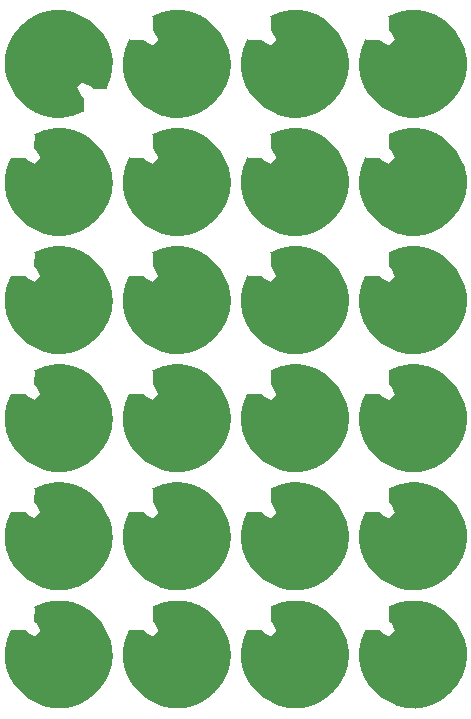
<source format=gts>
%TF.GenerationSoftware,KiCad,Pcbnew,8.0.8*%
%TF.CreationDate,2025-02-10T21:29:40+00:00*%
%TF.ProjectId,ec30_4x6_jacplane_0.1,65633330-5f34-4783-965f-6a6163706c61,0.1*%
%TF.SameCoordinates,PX8b3c880PY623a7c0*%
%TF.FileFunction,Soldermask,Top*%
%TF.FilePolarity,Negative*%
%FSLAX46Y46*%
G04 Gerber Fmt 4.6, Leading zero omitted, Abs format (unit mm)*
G04 Created by KiCad (PCBNEW 8.0.8) date 2025-02-10 21:29:40*
%MOMM*%
%LPD*%
G01*
G04 APERTURE LIST*
%ADD10C,0.010000*%
%ADD11C,0.000000*%
%ADD12C,2.930000*%
G04 APERTURE END LIST*
D10*
%TO.C,J202*%
X990470Y7042950D02*
X2130700Y7048010D01*
X2130700Y7048010D02*
X2365280Y6815490D01*
X2365280Y6815490D02*
X3003410Y6504530D01*
X2951990Y7869300D02*
X2957040Y9009530D01*
X2951990Y7869300D02*
X3184510Y7634710D01*
X3184510Y7634710D02*
X3495460Y6996590D01*
X2957043Y9009529D02*
G75*
G02*
X990471Y7042957I2042957J-4009529D01*
G01*
X3003411Y6504538D02*
G75*
G02*
X3495462Y6996589I1996619J-1504568D01*
G01*
D11*
G36*
X2957043Y9009529D02*
G01*
X2957043Y9009529D01*
G75*
G02*
X990471Y7042957I2042957J-4009529D01*
G01*
X990470Y7042950D01*
X2130700Y7048010D01*
X2365280Y6815490D01*
X3003411Y6504538D01*
G75*
G02*
X3495462Y6996589I1996589J-1504538D01*
G01*
X3495460Y6996590D01*
X3184510Y7634710D01*
X2951990Y7869300D01*
X2957043Y9009529D01*
G37*
D10*
%TO.C,J000*%
X-13495460Y23003410D02*
X-13184510Y22365280D01*
X-13184510Y22365280D02*
X-12951990Y22130690D01*
X-13003410Y23495460D02*
X-12365280Y23184500D01*
X-12957040Y20990470D02*
X-12951990Y22130690D01*
X-12365280Y23184500D02*
X-12130700Y22951990D01*
X-12130700Y22951990D02*
X-10990470Y22957040D01*
X-13003411Y23495462D02*
G75*
G02*
X-13495462Y23003411I-1996619J1504568D01*
G01*
X-12957043Y20990471D02*
G75*
G02*
X-10990471Y22957043I-2042957J4009529D01*
G01*
D11*
G36*
X-12957043Y20990471D02*
G01*
X-12957043Y20990471D01*
G75*
G02*
X-10990471Y22957043I-2042957J4009529D01*
G01*
X-10990470Y22957040D01*
X-12130700Y22951990D01*
X-12365280Y23184500D01*
X-13003411Y23495462D01*
G75*
G02*
X-13495462Y23003411I-1996589J1504538D01*
G01*
X-13495460Y23003410D01*
X-13184510Y22365280D01*
X-12951990Y22130690D01*
X-12957043Y20990471D01*
G37*
D10*
%TO.C,J201*%
X-9009530Y7042950D02*
X-7869300Y7048010D01*
X-7869300Y7048010D02*
X-7634720Y6815490D01*
X-7634720Y6815490D02*
X-6996590Y6504530D01*
X-7048010Y7869300D02*
X-7042960Y9009530D01*
X-7048010Y7869300D02*
X-6815490Y7634710D01*
X-6815490Y7634710D02*
X-6504540Y6996590D01*
X-7042957Y9009529D02*
G75*
G02*
X-9009529Y7042957I2042957J-4009529D01*
G01*
X-6996589Y6504538D02*
G75*
G02*
X-6504538Y6996589I1996619J-1504568D01*
G01*
D11*
G36*
X-7042957Y9009529D02*
G01*
X-7042957Y9009529D01*
G75*
G02*
X-9009529Y7042957I2042957J-4009529D01*
G01*
X-9009530Y7042950D01*
X-7869300Y7048010D01*
X-7634720Y6815490D01*
X-6996589Y6504538D01*
G75*
G02*
X-6504538Y6996589I1996589J-1504538D01*
G01*
X-6504540Y6996590D01*
X-6815490Y7634710D01*
X-7048010Y7869300D01*
X-7042957Y9009529D01*
G37*
D10*
%TO.C,J500*%
X-19009530Y-22957050D02*
X-17869300Y-22951990D01*
X-17869300Y-22951990D02*
X-17634720Y-23184510D01*
X-17634720Y-23184510D02*
X-16996590Y-23495460D01*
X-17048010Y-22130700D02*
X-17042960Y-20990470D01*
X-17048010Y-22130700D02*
X-16815490Y-22365280D01*
X-16815490Y-22365280D02*
X-16504540Y-23003410D01*
X-17042957Y-20990471D02*
G75*
G02*
X-19009529Y-22957043I2042957J-4009529D01*
G01*
X-16996589Y-23495462D02*
G75*
G02*
X-16504538Y-23003411I1996619J-1504568D01*
G01*
D11*
G36*
X-17042957Y-20990471D02*
G01*
X-17042957Y-20990471D01*
G75*
G02*
X-19009529Y-22957043I2042957J-4009529D01*
G01*
X-19009530Y-22957050D01*
X-17869300Y-22951990D01*
X-17634720Y-23184510D01*
X-16996589Y-23495462D01*
G75*
G02*
X-16504538Y-23003411I1996589J-1504538D01*
G01*
X-16504540Y-23003410D01*
X-16815490Y-22365280D01*
X-17048010Y-22130700D01*
X-17042957Y-20990471D01*
G37*
D10*
%TO.C,J400*%
X-19009530Y-12957040D02*
X-17869300Y-12951990D01*
X-17869300Y-12951990D02*
X-17634720Y-13184510D01*
X-17634720Y-13184510D02*
X-16996590Y-13495460D01*
X-17048010Y-12130700D02*
X-17042960Y-10990470D01*
X-17048010Y-12130700D02*
X-16815490Y-12365280D01*
X-16815490Y-12365280D02*
X-16504540Y-13003410D01*
X-17042957Y-10990471D02*
G75*
G02*
X-19009529Y-12957043I2042957J-4009529D01*
G01*
X-16996589Y-13495462D02*
G75*
G02*
X-16504538Y-13003411I1996619J-1504568D01*
G01*
D11*
G36*
X-17042957Y-10990471D02*
G01*
X-17042957Y-10990471D01*
G75*
G02*
X-19009529Y-12957043I2042957J-4009529D01*
G01*
X-19009530Y-12957040D01*
X-17869300Y-12951990D01*
X-17634720Y-13184510D01*
X-16996589Y-13495462D01*
G75*
G02*
X-16504538Y-13003411I1996589J-1504538D01*
G01*
X-16504540Y-13003410D01*
X-16815490Y-12365280D01*
X-17048010Y-12130700D01*
X-17042957Y-10990471D01*
G37*
D10*
%TO.C,J101*%
X-9009530Y17042950D02*
X-7869300Y17048010D01*
X-7869300Y17048010D02*
X-7634720Y16815490D01*
X-7634720Y16815490D02*
X-6996590Y16504530D01*
X-7048010Y17869300D02*
X-7042960Y19009530D01*
X-7048010Y17869300D02*
X-6815490Y17634720D01*
X-6815490Y17634720D02*
X-6504540Y16996590D01*
X-7042957Y19009529D02*
G75*
G02*
X-9009529Y17042957I2042957J-4009529D01*
G01*
X-6996589Y16504538D02*
G75*
G02*
X-6504538Y16996589I1996619J-1504568D01*
G01*
D11*
G36*
X-7042957Y19009529D02*
G01*
X-7042957Y19009529D01*
G75*
G02*
X-9009529Y17042957I2042957J-4009529D01*
G01*
X-9009530Y17042950D01*
X-7869300Y17048010D01*
X-7634720Y16815490D01*
X-6996589Y16504538D01*
G75*
G02*
X-6504538Y16996589I1996589J-1504538D01*
G01*
X-6504540Y16996590D01*
X-6815490Y17634720D01*
X-7048010Y17869300D01*
X-7042957Y19009529D01*
G37*
D10*
%TO.C,J403*%
X10990470Y-12957040D02*
X12130700Y-12951990D01*
X12130700Y-12951990D02*
X12365280Y-13184510D01*
X12365280Y-13184510D02*
X13003410Y-13495460D01*
X12951990Y-12130700D02*
X12957040Y-10990470D01*
X12951990Y-12130700D02*
X13184510Y-12365280D01*
X13184510Y-12365280D02*
X13495460Y-13003410D01*
X12957043Y-10990471D02*
G75*
G02*
X10990471Y-12957043I2042957J-4009529D01*
G01*
X13003411Y-13495462D02*
G75*
G02*
X13495462Y-13003411I1996619J-1504568D01*
G01*
D11*
G36*
X12957043Y-10990471D02*
G01*
X12957043Y-10990471D01*
G75*
G02*
X10990471Y-12957043I2042957J-4009529D01*
G01*
X10990470Y-12957040D01*
X12130700Y-12951990D01*
X12365280Y-13184510D01*
X13003411Y-13495462D01*
G75*
G02*
X13495462Y-13003411I1996589J-1504538D01*
G01*
X13495460Y-13003410D01*
X13184510Y-12365280D01*
X12951990Y-12130700D01*
X12957043Y-10990471D01*
G37*
D10*
%TO.C,J303*%
X10990470Y-2957050D02*
X12130700Y-2952000D01*
X12130700Y-2952000D02*
X12365280Y-3184510D01*
X12365280Y-3184510D02*
X13003410Y-3495470D01*
X12951990Y-2130700D02*
X12957040Y-990480D01*
X12951990Y-2130700D02*
X13184510Y-2365290D01*
X13184510Y-2365290D02*
X13495460Y-3003410D01*
X12957043Y-990471D02*
G75*
G02*
X10990471Y-2957043I2042957J-4009529D01*
G01*
X13003411Y-3495462D02*
G75*
G02*
X13495462Y-3003411I1996619J-1504568D01*
G01*
D11*
G36*
X12957043Y-990471D02*
G01*
X12957043Y-990471D01*
G75*
G02*
X10990471Y-2957043I2042957J-4009529D01*
G01*
X10990470Y-2957050D01*
X12130700Y-2952000D01*
X12365280Y-3184510D01*
X13003411Y-3495462D01*
G75*
G02*
X13495462Y-3003411I1996589J-1504538D01*
G01*
X13495460Y-3003410D01*
X13184510Y-2365290D01*
X12951990Y-2130700D01*
X12957043Y-990471D01*
G37*
D10*
%TO.C,J301*%
X-9009530Y-2957050D02*
X-7869300Y-2952000D01*
X-7869300Y-2952000D02*
X-7634720Y-3184510D01*
X-7634720Y-3184510D02*
X-6996590Y-3495470D01*
X-7048010Y-2130700D02*
X-7042960Y-990480D01*
X-7048010Y-2130700D02*
X-6815490Y-2365290D01*
X-6815490Y-2365290D02*
X-6504540Y-3003410D01*
X-7042957Y-990471D02*
G75*
G02*
X-9009529Y-2957043I2042957J-4009529D01*
G01*
X-6996589Y-3495462D02*
G75*
G02*
X-6504538Y-3003411I1996619J-1504568D01*
G01*
D11*
G36*
X-7042957Y-990471D02*
G01*
X-7042957Y-990471D01*
G75*
G02*
X-9009529Y-2957043I2042957J-4009529D01*
G01*
X-9009530Y-2957050D01*
X-7869300Y-2952000D01*
X-7634720Y-3184510D01*
X-6996589Y-3495462D01*
G75*
G02*
X-6504538Y-3003411I1996589J-1504538D01*
G01*
X-6504540Y-3003410D01*
X-6815490Y-2365290D01*
X-7048010Y-2130700D01*
X-7042957Y-990471D01*
G37*
D10*
%TO.C,J001*%
X-9009530Y27042950D02*
X-7869300Y27048010D01*
X-7869300Y27048010D02*
X-7634720Y26815490D01*
X-7634720Y26815490D02*
X-6996590Y26504530D01*
X-7048010Y27869300D02*
X-7042960Y29009530D01*
X-7048010Y27869300D02*
X-6815490Y27634720D01*
X-6815490Y27634720D02*
X-6504540Y26996590D01*
X-7042957Y29009529D02*
G75*
G02*
X-9009529Y27042957I2042957J-4009529D01*
G01*
X-6996589Y26504538D02*
G75*
G02*
X-6504538Y26996589I1996619J-1504568D01*
G01*
D11*
G36*
X-7042957Y29009529D02*
G01*
X-7042957Y29009529D01*
G75*
G02*
X-9009529Y27042957I2042957J-4009529D01*
G01*
X-9009530Y27042950D01*
X-7869300Y27048010D01*
X-7634720Y26815490D01*
X-6996589Y26504538D01*
G75*
G02*
X-6504538Y26996589I1996589J-1504538D01*
G01*
X-6504540Y26996590D01*
X-6815490Y27634720D01*
X-7048010Y27869300D01*
X-7042957Y29009529D01*
G37*
D10*
%TO.C,J401*%
X-9009530Y-12957040D02*
X-7869300Y-12951990D01*
X-7869300Y-12951990D02*
X-7634720Y-13184510D01*
X-7634720Y-13184510D02*
X-6996590Y-13495460D01*
X-7048010Y-12130700D02*
X-7042960Y-10990470D01*
X-7048010Y-12130700D02*
X-6815490Y-12365280D01*
X-6815490Y-12365280D02*
X-6504540Y-13003410D01*
X-7042957Y-10990471D02*
G75*
G02*
X-9009529Y-12957043I2042957J-4009529D01*
G01*
X-6996589Y-13495462D02*
G75*
G02*
X-6504538Y-13003411I1996619J-1504568D01*
G01*
D11*
G36*
X-7042957Y-10990471D02*
G01*
X-7042957Y-10990471D01*
G75*
G02*
X-9009529Y-12957043I2042957J-4009529D01*
G01*
X-9009530Y-12957040D01*
X-7869300Y-12951990D01*
X-7634720Y-13184510D01*
X-6996589Y-13495462D01*
G75*
G02*
X-6504538Y-13003411I1996589J-1504538D01*
G01*
X-6504540Y-13003410D01*
X-6815490Y-12365280D01*
X-7048010Y-12130700D01*
X-7042957Y-10990471D01*
G37*
D10*
%TO.C,J103*%
X10990470Y17042950D02*
X12130700Y17048010D01*
X12130700Y17048010D02*
X12365280Y16815490D01*
X12365280Y16815490D02*
X13003410Y16504530D01*
X12951990Y17869300D02*
X12957040Y19009530D01*
X12951990Y17869300D02*
X13184510Y17634720D01*
X13184510Y17634720D02*
X13495460Y16996590D01*
X12957043Y19009529D02*
G75*
G02*
X10990471Y17042957I2042957J-4009529D01*
G01*
X13003411Y16504538D02*
G75*
G02*
X13495462Y16996589I1996619J-1504568D01*
G01*
D11*
G36*
X12957043Y19009529D02*
G01*
X12957043Y19009529D01*
G75*
G02*
X10990471Y17042957I2042957J-4009529D01*
G01*
X10990470Y17042950D01*
X12130700Y17048010D01*
X12365280Y16815490D01*
X13003411Y16504538D01*
G75*
G02*
X13495462Y16996589I1996589J-1504538D01*
G01*
X13495460Y16996590D01*
X13184510Y17634720D01*
X12951990Y17869300D01*
X12957043Y19009529D01*
G37*
D10*
%TO.C,J002*%
X990470Y27042950D02*
X2130700Y27048010D01*
X2130700Y27048010D02*
X2365280Y26815490D01*
X2365280Y26815490D02*
X3003410Y26504530D01*
X2951990Y27869300D02*
X2957040Y29009530D01*
X2951990Y27869300D02*
X3184510Y27634720D01*
X3184510Y27634720D02*
X3495460Y26996590D01*
X2957043Y29009529D02*
G75*
G02*
X990471Y27042957I2042957J-4009529D01*
G01*
X3003411Y26504538D02*
G75*
G02*
X3495462Y26996589I1996619J-1504568D01*
G01*
D11*
G36*
X2957043Y29009529D02*
G01*
X2957043Y29009529D01*
G75*
G02*
X990471Y27042957I2042957J-4009529D01*
G01*
X990470Y27042950D01*
X2130700Y27048010D01*
X2365280Y26815490D01*
X3003411Y26504538D01*
G75*
G02*
X3495462Y26996589I1996589J-1504538D01*
G01*
X3495460Y26996590D01*
X3184510Y27634720D01*
X2951990Y27869300D01*
X2957043Y29009529D01*
G37*
D10*
%TO.C,J003*%
X10990470Y27042950D02*
X12130700Y27048010D01*
X12130700Y27048010D02*
X12365280Y26815490D01*
X12365280Y26815490D02*
X13003410Y26504530D01*
X12951990Y27869300D02*
X12957040Y29009530D01*
X12951990Y27869300D02*
X13184510Y27634720D01*
X13184510Y27634720D02*
X13495460Y26996590D01*
X12957043Y29009529D02*
G75*
G02*
X10990471Y27042957I2042957J-4009529D01*
G01*
X13003411Y26504538D02*
G75*
G02*
X13495462Y26996589I1996619J-1504568D01*
G01*
D11*
G36*
X12957043Y29009529D02*
G01*
X12957043Y29009529D01*
G75*
G02*
X10990471Y27042957I2042957J-4009529D01*
G01*
X10990470Y27042950D01*
X12130700Y27048010D01*
X12365280Y26815490D01*
X13003411Y26504538D01*
G75*
G02*
X13495462Y26996589I1996589J-1504538D01*
G01*
X13495460Y26996590D01*
X13184510Y27634720D01*
X12951990Y27869300D01*
X12957043Y29009529D01*
G37*
D10*
%TO.C,J300*%
X-19009530Y-2957050D02*
X-17869300Y-2952000D01*
X-17869300Y-2952000D02*
X-17634720Y-3184510D01*
X-17634720Y-3184510D02*
X-16996590Y-3495470D01*
X-17048010Y-2130700D02*
X-17042960Y-990480D01*
X-17048010Y-2130700D02*
X-16815490Y-2365290D01*
X-16815490Y-2365290D02*
X-16504540Y-3003410D01*
X-17042957Y-990471D02*
G75*
G02*
X-19009529Y-2957043I2042957J-4009529D01*
G01*
X-16996589Y-3495462D02*
G75*
G02*
X-16504538Y-3003411I1996619J-1504568D01*
G01*
D11*
G36*
X-17042957Y-990471D02*
G01*
X-17042957Y-990471D01*
G75*
G02*
X-19009529Y-2957043I2042957J-4009529D01*
G01*
X-19009530Y-2957050D01*
X-17869300Y-2952000D01*
X-17634720Y-3184510D01*
X-16996589Y-3495462D01*
G75*
G02*
X-16504538Y-3003411I1996589J-1504538D01*
G01*
X-16504540Y-3003410D01*
X-16815490Y-2365290D01*
X-17048010Y-2130700D01*
X-17042957Y-990471D01*
G37*
D10*
%TO.C,J102*%
X990470Y17042950D02*
X2130700Y17048010D01*
X2130700Y17048010D02*
X2365280Y16815490D01*
X2365280Y16815490D02*
X3003410Y16504530D01*
X2951990Y17869300D02*
X2957040Y19009530D01*
X2951990Y17869300D02*
X3184510Y17634720D01*
X3184510Y17634720D02*
X3495460Y16996590D01*
X2957043Y19009529D02*
G75*
G02*
X990471Y17042957I2042957J-4009529D01*
G01*
X3003411Y16504538D02*
G75*
G02*
X3495462Y16996589I1996619J-1504568D01*
G01*
D11*
G36*
X2957043Y19009529D02*
G01*
X2957043Y19009529D01*
G75*
G02*
X990471Y17042957I2042957J-4009529D01*
G01*
X990470Y17042950D01*
X2130700Y17048010D01*
X2365280Y16815490D01*
X3003411Y16504538D01*
G75*
G02*
X3495462Y16996589I1996589J-1504538D01*
G01*
X3495460Y16996590D01*
X3184510Y17634720D01*
X2951990Y17869300D01*
X2957043Y19009529D01*
G37*
D10*
%TO.C,J502*%
X990470Y-22957050D02*
X2130700Y-22951990D01*
X2130700Y-22951990D02*
X2365280Y-23184510D01*
X2365280Y-23184510D02*
X3003410Y-23495460D01*
X2951990Y-22130700D02*
X2957040Y-20990470D01*
X2951990Y-22130700D02*
X3184510Y-22365280D01*
X3184510Y-22365280D02*
X3495460Y-23003410D01*
X2957043Y-20990471D02*
G75*
G02*
X990471Y-22957043I2042957J-4009529D01*
G01*
X3003411Y-23495462D02*
G75*
G02*
X3495462Y-23003411I1996619J-1504568D01*
G01*
D11*
G36*
X2957043Y-20990471D02*
G01*
X2957043Y-20990471D01*
G75*
G02*
X990471Y-22957043I2042957J-4009529D01*
G01*
X990470Y-22957050D01*
X2130700Y-22951990D01*
X2365280Y-23184510D01*
X3003411Y-23495462D01*
G75*
G02*
X3495462Y-23003411I1996589J-1504538D01*
G01*
X3495460Y-23003410D01*
X3184510Y-22365280D01*
X2951990Y-22130700D01*
X2957043Y-20990471D01*
G37*
D10*
%TO.C,J302*%
X990470Y-2957050D02*
X2130700Y-2952000D01*
X2130700Y-2952000D02*
X2365280Y-3184510D01*
X2365280Y-3184510D02*
X3003410Y-3495470D01*
X2951990Y-2130700D02*
X2957040Y-990480D01*
X2951990Y-2130700D02*
X3184510Y-2365290D01*
X3184510Y-2365290D02*
X3495460Y-3003410D01*
X2957043Y-990471D02*
G75*
G02*
X990471Y-2957043I2042957J-4009529D01*
G01*
X3003411Y-3495462D02*
G75*
G02*
X3495462Y-3003411I1996619J-1504568D01*
G01*
D11*
G36*
X2957043Y-990471D02*
G01*
X2957043Y-990471D01*
G75*
G02*
X990471Y-2957043I2042957J-4009529D01*
G01*
X990470Y-2957050D01*
X2130700Y-2952000D01*
X2365280Y-3184510D01*
X3003411Y-3495462D01*
G75*
G02*
X3495462Y-3003411I1996589J-1504538D01*
G01*
X3495460Y-3003410D01*
X3184510Y-2365290D01*
X2951990Y-2130700D01*
X2957043Y-990471D01*
G37*
D10*
%TO.C,J200*%
X-19009530Y7042950D02*
X-17869300Y7048010D01*
X-17869300Y7048010D02*
X-17634720Y6815490D01*
X-17634720Y6815490D02*
X-16996590Y6504530D01*
X-17048010Y7869300D02*
X-17042960Y9009530D01*
X-17048010Y7869300D02*
X-16815490Y7634710D01*
X-16815490Y7634710D02*
X-16504540Y6996590D01*
X-17042957Y9009529D02*
G75*
G02*
X-19009529Y7042957I2042957J-4009529D01*
G01*
X-16996589Y6504538D02*
G75*
G02*
X-16504538Y6996589I1996619J-1504568D01*
G01*
D11*
G36*
X-17042957Y9009529D02*
G01*
X-17042957Y9009529D01*
G75*
G02*
X-19009529Y7042957I2042957J-4009529D01*
G01*
X-19009530Y7042950D01*
X-17869300Y7048010D01*
X-17634720Y6815490D01*
X-16996589Y6504538D01*
G75*
G02*
X-16504538Y6996589I1996589J-1504538D01*
G01*
X-16504540Y6996590D01*
X-16815490Y7634710D01*
X-17048010Y7869300D01*
X-17042957Y9009529D01*
G37*
D10*
%TO.C,J203*%
X10990470Y7042950D02*
X12130700Y7048010D01*
X12130700Y7048010D02*
X12365280Y6815490D01*
X12365280Y6815490D02*
X13003410Y6504530D01*
X12951990Y7869300D02*
X12957040Y9009530D01*
X12951990Y7869300D02*
X13184510Y7634710D01*
X13184510Y7634710D02*
X13495460Y6996590D01*
X12957043Y9009529D02*
G75*
G02*
X10990471Y7042957I2042957J-4009529D01*
G01*
X13003411Y6504538D02*
G75*
G02*
X13495462Y6996589I1996619J-1504568D01*
G01*
D11*
G36*
X12957043Y9009529D02*
G01*
X12957043Y9009529D01*
G75*
G02*
X10990471Y7042957I2042957J-4009529D01*
G01*
X10990470Y7042950D01*
X12130700Y7048010D01*
X12365280Y6815490D01*
X13003411Y6504538D01*
G75*
G02*
X13495462Y6996589I1996589J-1504538D01*
G01*
X13495460Y6996590D01*
X13184510Y7634710D01*
X12951990Y7869300D01*
X12957043Y9009529D01*
G37*
D10*
%TO.C,J100*%
X-19009530Y17042950D02*
X-17869300Y17048010D01*
X-17869300Y17048010D02*
X-17634720Y16815490D01*
X-17634720Y16815490D02*
X-16996590Y16504530D01*
X-17048010Y17869300D02*
X-17042960Y19009530D01*
X-17048010Y17869300D02*
X-16815490Y17634720D01*
X-16815490Y17634720D02*
X-16504540Y16996590D01*
X-17042957Y19009529D02*
G75*
G02*
X-19009529Y17042957I2042957J-4009529D01*
G01*
X-16996589Y16504538D02*
G75*
G02*
X-16504538Y16996589I1996619J-1504568D01*
G01*
D11*
G36*
X-17042957Y19009529D02*
G01*
X-17042957Y19009529D01*
G75*
G02*
X-19009529Y17042957I2042957J-4009529D01*
G01*
X-19009530Y17042950D01*
X-17869300Y17048010D01*
X-17634720Y16815490D01*
X-16996589Y16504538D01*
G75*
G02*
X-16504538Y16996589I1996589J-1504538D01*
G01*
X-16504540Y16996590D01*
X-16815490Y17634720D01*
X-17048010Y17869300D01*
X-17042957Y19009529D01*
G37*
D10*
%TO.C,J501*%
X-9009530Y-22957050D02*
X-7869300Y-22951990D01*
X-7869300Y-22951990D02*
X-7634720Y-23184510D01*
X-7634720Y-23184510D02*
X-6996590Y-23495460D01*
X-7048010Y-22130700D02*
X-7042960Y-20990470D01*
X-7048010Y-22130700D02*
X-6815490Y-22365280D01*
X-6815490Y-22365280D02*
X-6504540Y-23003410D01*
X-7042957Y-20990471D02*
G75*
G02*
X-9009529Y-22957043I2042957J-4009529D01*
G01*
X-6996589Y-23495462D02*
G75*
G02*
X-6504538Y-23003411I1996619J-1504568D01*
G01*
D11*
G36*
X-7042957Y-20990471D02*
G01*
X-7042957Y-20990471D01*
G75*
G02*
X-9009529Y-22957043I2042957J-4009529D01*
G01*
X-9009530Y-22957050D01*
X-7869300Y-22951990D01*
X-7634720Y-23184510D01*
X-6996589Y-23495462D01*
G75*
G02*
X-6504538Y-23003411I1996589J-1504538D01*
G01*
X-6504540Y-23003410D01*
X-6815490Y-22365280D01*
X-7048010Y-22130700D01*
X-7042957Y-20990471D01*
G37*
D10*
%TO.C,J503*%
X10990470Y-22957050D02*
X12130700Y-22951990D01*
X12130700Y-22951990D02*
X12365280Y-23184510D01*
X12365280Y-23184510D02*
X13003410Y-23495460D01*
X12951990Y-22130700D02*
X12957040Y-20990470D01*
X12951990Y-22130700D02*
X13184510Y-22365280D01*
X13184510Y-22365280D02*
X13495460Y-23003410D01*
X12957043Y-20990471D02*
G75*
G02*
X10990471Y-22957043I2042957J-4009529D01*
G01*
X13003411Y-23495462D02*
G75*
G02*
X13495462Y-23003411I1996619J-1504568D01*
G01*
D11*
G36*
X12957043Y-20990471D02*
G01*
X12957043Y-20990471D01*
G75*
G02*
X10990471Y-22957043I2042957J-4009529D01*
G01*
X10990470Y-22957050D01*
X12130700Y-22951990D01*
X12365280Y-23184510D01*
X13003411Y-23495462D01*
G75*
G02*
X13495462Y-23003411I1996589J-1504538D01*
G01*
X13495460Y-23003410D01*
X13184510Y-22365280D01*
X12951990Y-22130700D01*
X12957043Y-20990471D01*
G37*
D10*
%TO.C,J402*%
X990470Y-12957040D02*
X2130700Y-12951990D01*
X2130700Y-12951990D02*
X2365280Y-13184510D01*
X2365280Y-13184510D02*
X3003410Y-13495460D01*
X2951990Y-12130700D02*
X2957040Y-10990470D01*
X2951990Y-12130700D02*
X3184510Y-12365280D01*
X3184510Y-12365280D02*
X3495460Y-13003410D01*
X2957043Y-10990471D02*
G75*
G02*
X990471Y-12957043I2042957J-4009529D01*
G01*
X3003411Y-13495462D02*
G75*
G02*
X3495462Y-13003411I1996619J-1504568D01*
G01*
D11*
G36*
X2957043Y-10990471D02*
G01*
X2957043Y-10990471D01*
G75*
G02*
X990471Y-12957043I2042957J-4009529D01*
G01*
X990470Y-12957040D01*
X2130700Y-12951990D01*
X2365280Y-13184510D01*
X3003411Y-13495462D01*
G75*
G02*
X3495462Y-13003411I1996589J-1504538D01*
G01*
X3495460Y-13003410D01*
X3184510Y-12365280D01*
X2951990Y-12130700D01*
X2957043Y-10990471D01*
G37*
%TD*%
D12*
%TO.C,J202*%
X5000000Y5000000D03*
%TD*%
%TO.C,J000*%
X-15000000Y25000000D03*
%TD*%
%TO.C,J201*%
X-5000000Y5000000D03*
%TD*%
%TO.C,J500*%
X-15000000Y-25000000D03*
%TD*%
%TO.C,J400*%
X-15000000Y-15000000D03*
%TD*%
%TO.C,J101*%
X-5000000Y15000000D03*
%TD*%
%TO.C,J403*%
X15000000Y-15000000D03*
%TD*%
%TO.C,J303*%
X15000000Y-5000000D03*
%TD*%
%TO.C,J301*%
X-5000000Y-5000000D03*
%TD*%
%TO.C,J001*%
X-5000000Y25000000D03*
%TD*%
%TO.C,J401*%
X-5000000Y-15000000D03*
%TD*%
%TO.C,J103*%
X15000000Y15000000D03*
%TD*%
%TO.C,J002*%
X5000000Y25000000D03*
%TD*%
%TO.C,J003*%
X15000000Y25000000D03*
%TD*%
%TO.C,J300*%
X-15000000Y-5000000D03*
%TD*%
%TO.C,J102*%
X5000000Y15000000D03*
%TD*%
%TO.C,J502*%
X5000000Y-25000000D03*
%TD*%
%TO.C,J302*%
X5000000Y-5000000D03*
%TD*%
%TO.C,J200*%
X-15000000Y5000000D03*
%TD*%
%TO.C,J203*%
X15000000Y5000000D03*
%TD*%
%TO.C,J100*%
X-15000000Y15000000D03*
%TD*%
%TO.C,J501*%
X-5000000Y-25000000D03*
%TD*%
%TO.C,J503*%
X15000000Y-25000000D03*
%TD*%
%TO.C,J402*%
X5000000Y-15000000D03*
%TD*%
M02*

</source>
